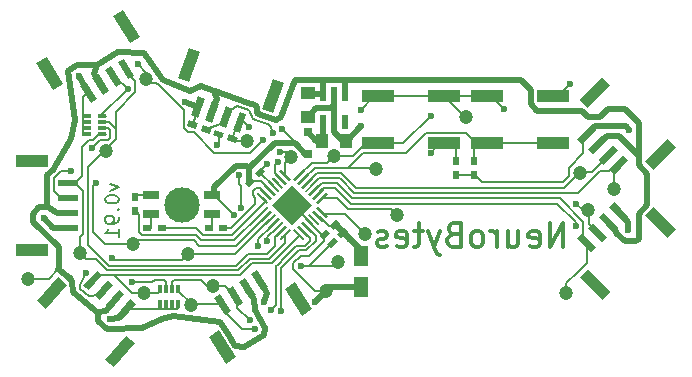
<source format=gbr>
G04 #@! TF.FileFunction,Copper,L2,Bot,Signal*
%FSLAX46Y46*%
G04 Gerber Fmt 4.6, Leading zero omitted, Abs format (unit mm)*
G04 Created by KiCad (PCBNEW 4.0.2-4+6225~38~ubuntu14.04.1-stable) date Wed 22 Jun 2016 06:39:26 PM CDT*
%MOMM*%
G01*
G04 APERTURE LIST*
%ADD10C,0.100000*%
%ADD11C,0.150000*%
%ADD12C,0.300000*%
%ADD13R,1.200000X1.000000*%
%ADD14R,1.000000X1.200000*%
%ADD15R,0.500000X0.800000*%
%ADD16R,0.800000X0.500000*%
%ADD17C,1.200000*%
%ADD18R,1.700000X0.600000*%
%ADD19R,2.700000X1.000000*%
%ADD20C,3.000000*%
%ADD21R,1.400000X0.800000*%
%ADD22R,0.800000X0.300000*%
%ADD23R,0.300000X0.800000*%
%ADD24R,0.800000X0.800000*%
%ADD25R,0.600000X1.200000*%
%ADD26R,2.800000X1.000000*%
%ADD27R,1.250000X1.800000*%
%ADD28C,0.600000*%
%ADD29C,0.500000*%
%ADD30C,0.200000*%
G04 APERTURE END LIST*
D10*
D11*
X46742857Y-98664286D02*
X47542857Y-98950000D01*
X46742857Y-99235714D01*
X46342857Y-99921429D02*
X46342857Y-100035714D01*
X46400000Y-100150000D01*
X46457143Y-100207143D01*
X46571429Y-100264286D01*
X46800000Y-100321429D01*
X47085714Y-100321429D01*
X47314286Y-100264286D01*
X47428571Y-100207143D01*
X47485714Y-100150000D01*
X47542857Y-100035714D01*
X47542857Y-99921429D01*
X47485714Y-99807143D01*
X47428571Y-99750000D01*
X47314286Y-99692857D01*
X47085714Y-99635714D01*
X46800000Y-99635714D01*
X46571429Y-99692857D01*
X46457143Y-99750000D01*
X46400000Y-99807143D01*
X46342857Y-99921429D01*
X47428571Y-100835714D02*
X47485714Y-100892857D01*
X47542857Y-100835714D01*
X47485714Y-100778571D01*
X47428571Y-100835714D01*
X47542857Y-100835714D01*
X47542857Y-101464286D02*
X47542857Y-101692858D01*
X47485714Y-101807143D01*
X47428571Y-101864286D01*
X47257143Y-101978572D01*
X47028571Y-102035715D01*
X46571429Y-102035715D01*
X46457143Y-101978572D01*
X46400000Y-101921429D01*
X46342857Y-101807143D01*
X46342857Y-101578572D01*
X46400000Y-101464286D01*
X46457143Y-101407143D01*
X46571429Y-101350000D01*
X46857143Y-101350000D01*
X46971429Y-101407143D01*
X47028571Y-101464286D01*
X47085714Y-101578572D01*
X47085714Y-101807143D01*
X47028571Y-101921429D01*
X46971429Y-101978572D01*
X46857143Y-102035715D01*
X47542857Y-103178572D02*
X47542857Y-102492857D01*
X47542857Y-102835715D02*
X46342857Y-102835715D01*
X46514286Y-102721429D01*
X46628571Y-102607143D01*
X46685714Y-102492857D01*
D12*
X85147144Y-104004762D02*
X85147144Y-102004762D01*
X84004286Y-104004762D01*
X84004286Y-102004762D01*
X82290001Y-103909524D02*
X82480477Y-104004762D01*
X82861429Y-104004762D01*
X83051906Y-103909524D01*
X83147144Y-103719048D01*
X83147144Y-102957143D01*
X83051906Y-102766667D01*
X82861429Y-102671429D01*
X82480477Y-102671429D01*
X82290001Y-102766667D01*
X82194763Y-102957143D01*
X82194763Y-103147619D01*
X83147144Y-103338095D01*
X80480477Y-102671429D02*
X80480477Y-104004762D01*
X81337620Y-102671429D02*
X81337620Y-103719048D01*
X81242381Y-103909524D01*
X81051905Y-104004762D01*
X80766191Y-104004762D01*
X80575715Y-103909524D01*
X80480477Y-103814286D01*
X79528096Y-104004762D02*
X79528096Y-102671429D01*
X79528096Y-103052381D02*
X79432857Y-102861905D01*
X79337619Y-102766667D01*
X79147143Y-102671429D01*
X78956667Y-102671429D01*
X78004286Y-104004762D02*
X78194762Y-103909524D01*
X78290001Y-103814286D01*
X78385239Y-103623810D01*
X78385239Y-103052381D01*
X78290001Y-102861905D01*
X78194762Y-102766667D01*
X78004286Y-102671429D01*
X77718572Y-102671429D01*
X77528096Y-102766667D01*
X77432858Y-102861905D01*
X77337620Y-103052381D01*
X77337620Y-103623810D01*
X77432858Y-103814286D01*
X77528096Y-103909524D01*
X77718572Y-104004762D01*
X78004286Y-104004762D01*
X75813810Y-102957143D02*
X75528096Y-103052381D01*
X75432857Y-103147619D01*
X75337619Y-103338095D01*
X75337619Y-103623810D01*
X75432857Y-103814286D01*
X75528096Y-103909524D01*
X75718572Y-104004762D01*
X76480477Y-104004762D01*
X76480477Y-102004762D01*
X75813810Y-102004762D01*
X75623334Y-102100000D01*
X75528096Y-102195238D01*
X75432857Y-102385714D01*
X75432857Y-102576190D01*
X75528096Y-102766667D01*
X75623334Y-102861905D01*
X75813810Y-102957143D01*
X76480477Y-102957143D01*
X74670953Y-102671429D02*
X74194762Y-104004762D01*
X73718572Y-102671429D02*
X74194762Y-104004762D01*
X74385238Y-104480952D01*
X74480477Y-104576190D01*
X74670953Y-104671429D01*
X73242381Y-102671429D02*
X72480476Y-102671429D01*
X72956667Y-102004762D02*
X72956667Y-103719048D01*
X72861428Y-103909524D01*
X72670952Y-104004762D01*
X72480476Y-104004762D01*
X71051905Y-103909524D02*
X71242381Y-104004762D01*
X71623333Y-104004762D01*
X71813810Y-103909524D01*
X71909048Y-103719048D01*
X71909048Y-102957143D01*
X71813810Y-102766667D01*
X71623333Y-102671429D01*
X71242381Y-102671429D01*
X71051905Y-102766667D01*
X70956667Y-102957143D01*
X70956667Y-103147619D01*
X71909048Y-103338095D01*
X70194762Y-103909524D02*
X70004285Y-104004762D01*
X69623333Y-104004762D01*
X69432857Y-103909524D01*
X69337619Y-103719048D01*
X69337619Y-103623810D01*
X69432857Y-103433333D01*
X69623333Y-103338095D01*
X69909047Y-103338095D01*
X70099524Y-103242857D01*
X70194762Y-103052381D01*
X70194762Y-102957143D01*
X70099524Y-102766667D01*
X69909047Y-102671429D01*
X69623333Y-102671429D01*
X69432857Y-102766667D01*
D13*
X63500000Y-91000000D03*
X63500000Y-93000000D03*
D14*
X64750000Y-95000000D03*
X66750000Y-95000000D03*
D15*
X76100000Y-96700000D03*
X76100000Y-97900000D03*
D10*
G36*
X65920330Y-101666117D02*
X66273883Y-102019670D01*
X65708198Y-102585355D01*
X65354645Y-102231802D01*
X65920330Y-101666117D01*
X65920330Y-101666117D01*
G37*
G36*
X65071802Y-102514645D02*
X65425355Y-102868198D01*
X64859670Y-103433883D01*
X64506117Y-103080330D01*
X65071802Y-102514645D01*
X65071802Y-102514645D01*
G37*
G36*
X65509670Y-104083883D02*
X65156117Y-103730330D01*
X65721802Y-103164645D01*
X66075355Y-103518198D01*
X65509670Y-104083883D01*
X65509670Y-104083883D01*
G37*
G36*
X66358198Y-103235355D02*
X66004645Y-102881802D01*
X66570330Y-102316117D01*
X66923883Y-102669670D01*
X66358198Y-103235355D01*
X66358198Y-103235355D01*
G37*
G36*
X57565198Y-94757097D02*
X57394188Y-95226943D01*
X56642434Y-94953327D01*
X56813444Y-94483481D01*
X57565198Y-94757097D01*
X57565198Y-94757097D01*
G37*
G36*
X56437566Y-94346673D02*
X56266556Y-94816519D01*
X55514802Y-94542903D01*
X55685812Y-94073057D01*
X56437566Y-94346673D01*
X56437566Y-94346673D01*
G37*
G36*
X55365198Y-93957097D02*
X55194188Y-94426943D01*
X54442434Y-94153327D01*
X54613444Y-93683481D01*
X55365198Y-93957097D01*
X55365198Y-93957097D01*
G37*
G36*
X54237566Y-93546673D02*
X54066556Y-94016519D01*
X53314802Y-93742903D01*
X53485812Y-93273057D01*
X54237566Y-93546673D01*
X54237566Y-93546673D01*
G37*
D15*
X48850000Y-99750000D03*
X48850000Y-100950000D03*
D16*
X49940000Y-102400000D03*
X51140000Y-102400000D03*
X55140000Y-102400000D03*
X56340000Y-102400000D03*
D10*
G36*
X58509670Y-98983883D02*
X58156117Y-98630330D01*
X58721802Y-98064645D01*
X59075355Y-98418198D01*
X58509670Y-98983883D01*
X58509670Y-98983883D01*
G37*
G36*
X59358198Y-98135355D02*
X59004645Y-97781802D01*
X59570330Y-97216117D01*
X59923883Y-97569670D01*
X59358198Y-98135355D01*
X59358198Y-98135355D01*
G37*
D15*
X77600000Y-96700000D03*
X77600000Y-97900000D03*
D17*
X55500000Y-107350000D03*
X53650000Y-108900000D03*
X53400000Y-104650000D03*
X49650000Y-107950000D03*
X48700000Y-103750000D03*
X44250000Y-104550000D03*
X49850000Y-89800000D03*
X46400000Y-95850000D03*
X62100000Y-96400000D03*
X58350000Y-95000000D03*
X87200000Y-100900000D03*
X85400000Y-107900000D03*
X86550000Y-97750000D03*
X89450000Y-99100000D03*
X65700000Y-96350000D03*
X68350000Y-102950000D03*
X66050000Y-105300000D03*
X65050000Y-107700000D03*
X76900000Y-93000000D03*
X39850000Y-106700000D03*
X69250000Y-97450000D03*
X71100000Y-101300000D03*
D10*
G36*
X47243340Y-90487415D02*
X46344995Y-89044164D01*
X46854378Y-88727101D01*
X47752723Y-90170352D01*
X47243340Y-90487415D01*
X47243340Y-90487415D01*
G37*
G36*
X48304555Y-89826867D02*
X47406210Y-88383616D01*
X47915593Y-88066553D01*
X48813938Y-89509804D01*
X48304555Y-89826867D01*
X48304555Y-89826867D01*
G37*
G36*
X46182126Y-91147963D02*
X45283781Y-89704712D01*
X45793164Y-89387649D01*
X46691509Y-90830900D01*
X46182126Y-91147963D01*
X46182126Y-91147963D01*
G37*
G36*
X45120911Y-91808511D02*
X44222566Y-90365260D01*
X44731949Y-90048197D01*
X45630294Y-91491448D01*
X45120911Y-91808511D01*
X45120911Y-91808511D01*
G37*
G36*
X48421513Y-86750434D02*
X46994729Y-84458210D01*
X47843701Y-83929772D01*
X49270485Y-86221996D01*
X48421513Y-86750434D01*
X48421513Y-86750434D01*
G37*
G36*
X41969329Y-90766565D02*
X40542545Y-88474341D01*
X41391517Y-87945903D01*
X42818301Y-90238127D01*
X41969329Y-90766565D01*
X41969329Y-90766565D01*
G37*
G36*
X55993835Y-93715158D02*
X56575269Y-92117680D01*
X57139085Y-92322892D01*
X56557651Y-93920370D01*
X55993835Y-93715158D01*
X55993835Y-93715158D01*
G37*
G36*
X57168450Y-94142683D02*
X57749884Y-92545205D01*
X58313700Y-92750417D01*
X57732266Y-94347895D01*
X57168450Y-94142683D01*
X57168450Y-94142683D01*
G37*
G36*
X54819219Y-93287633D02*
X55400653Y-91690155D01*
X55964469Y-91895367D01*
X55383035Y-93492845D01*
X54819219Y-93287633D01*
X54819219Y-93287633D01*
G37*
G36*
X53644603Y-92860108D02*
X54226037Y-91262630D01*
X54789853Y-91467842D01*
X54208419Y-93065320D01*
X53644603Y-92860108D01*
X53644603Y-92860108D01*
G37*
G36*
X59661571Y-92336451D02*
X60585026Y-89799281D01*
X61524719Y-90141301D01*
X60601264Y-92678471D01*
X59661571Y-92336451D01*
X59661571Y-92336451D01*
G37*
G36*
X52519907Y-89737098D02*
X53443362Y-87199928D01*
X54383055Y-87541948D01*
X53459600Y-90079118D01*
X52519907Y-89737098D01*
X52519907Y-89737098D01*
G37*
D18*
X43250000Y-99875000D03*
X43250000Y-98625000D03*
X43250000Y-101125000D03*
X43250000Y-102375000D03*
D19*
X40200000Y-96700000D03*
X40200000Y-104300000D03*
D10*
G36*
X47030661Y-107217610D02*
X45926599Y-108510300D01*
X45470355Y-108120632D01*
X46574417Y-106827942D01*
X47030661Y-107217610D01*
X47030661Y-107217610D01*
G37*
G36*
X46080153Y-106405800D02*
X44976091Y-107698490D01*
X44519847Y-107308822D01*
X45623909Y-106016132D01*
X46080153Y-106405800D01*
X46080153Y-106405800D01*
G37*
G36*
X47981168Y-108029420D02*
X46877106Y-109322110D01*
X46420862Y-108932442D01*
X47524924Y-107639752D01*
X47981168Y-108029420D01*
X47981168Y-108029420D01*
G37*
G36*
X48931676Y-108841230D02*
X47827614Y-110133920D01*
X47371370Y-109744252D01*
X48475432Y-108451562D01*
X48931676Y-108841230D01*
X48931676Y-108841230D01*
G37*
G36*
X43112360Y-107224537D02*
X41358850Y-109277633D01*
X40598444Y-108628185D01*
X42351954Y-106575089D01*
X43112360Y-107224537D01*
X43112360Y-107224537D01*
G37*
G36*
X48891445Y-112160342D02*
X47137935Y-114213438D01*
X46377529Y-113563990D01*
X48131039Y-111510894D01*
X48891445Y-112160342D01*
X48891445Y-112160342D01*
G37*
G36*
X57138645Y-107326564D02*
X58047044Y-108763509D01*
X57539887Y-109084120D01*
X56631488Y-107647175D01*
X57138645Y-107326564D01*
X57138645Y-107326564D01*
G37*
G36*
X56082067Y-107994504D02*
X56990466Y-109431449D01*
X56483309Y-109752060D01*
X55574910Y-108315115D01*
X56082067Y-107994504D01*
X56082067Y-107994504D01*
G37*
G36*
X58195222Y-106658623D02*
X59103621Y-108095568D01*
X58596464Y-108416179D01*
X57688065Y-106979234D01*
X58195222Y-106658623D01*
X58195222Y-106658623D01*
G37*
G36*
X59251799Y-105990683D02*
X60160198Y-107427628D01*
X59653041Y-107748239D01*
X58744642Y-106311294D01*
X59251799Y-105990683D01*
X59251799Y-105990683D01*
G37*
G36*
X55986589Y-111071679D02*
X57429341Y-113353886D01*
X56584079Y-113888239D01*
X55141327Y-111606032D01*
X55986589Y-111071679D01*
X55986589Y-111071679D01*
G37*
G36*
X62410579Y-107010601D02*
X63853331Y-109292808D01*
X63008069Y-109827161D01*
X61565317Y-107544954D01*
X62410579Y-107010601D01*
X62410579Y-107010601D01*
G37*
G36*
X88148594Y-96631182D02*
X89318797Y-95398045D01*
X89754022Y-95811058D01*
X88583819Y-97044195D01*
X88148594Y-96631182D01*
X88148594Y-96631182D01*
G37*
G36*
X89055312Y-97491625D02*
X90225515Y-96258488D01*
X90660740Y-96671501D01*
X89490537Y-97904638D01*
X89055312Y-97491625D01*
X89055312Y-97491625D01*
G37*
G36*
X87241876Y-95770739D02*
X88412079Y-94537602D01*
X88847304Y-94950615D01*
X87677101Y-96183752D01*
X87241876Y-95770739D01*
X87241876Y-95770739D01*
G37*
G36*
X86335158Y-94910296D02*
X87505361Y-93677159D01*
X87940586Y-94090172D01*
X86770383Y-95323309D01*
X86335158Y-94910296D01*
X86335158Y-94910296D01*
G37*
G36*
X92061887Y-96829332D02*
X93920444Y-94870821D01*
X94645819Y-95559176D01*
X92787262Y-97517687D01*
X92061887Y-96829332D01*
X92061887Y-96829332D01*
G37*
G36*
X86549042Y-91597837D02*
X88407599Y-89639326D01*
X89132974Y-90327681D01*
X87274417Y-92286192D01*
X86549042Y-91597837D01*
X86549042Y-91597837D01*
G37*
G36*
X87677101Y-101966248D02*
X88847304Y-103199385D01*
X88412079Y-103612398D01*
X87241876Y-102379261D01*
X87677101Y-101966248D01*
X87677101Y-101966248D01*
G37*
G36*
X86770383Y-102826691D02*
X87940586Y-104059828D01*
X87505361Y-104472841D01*
X86335158Y-103239704D01*
X86770383Y-102826691D01*
X86770383Y-102826691D01*
G37*
G36*
X88583819Y-101105805D02*
X89754022Y-102338942D01*
X89318797Y-102751955D01*
X88148594Y-101518818D01*
X88583819Y-101105805D01*
X88583819Y-101105805D01*
G37*
G36*
X89490537Y-100245362D02*
X90660740Y-101478499D01*
X90225515Y-101891512D01*
X89055312Y-100658375D01*
X89490537Y-100245362D01*
X89490537Y-100245362D01*
G37*
G36*
X87274417Y-105863808D02*
X89132974Y-107822319D01*
X88407599Y-108510674D01*
X86549042Y-106552163D01*
X87274417Y-105863808D01*
X87274417Y-105863808D01*
G37*
G36*
X92787262Y-100632313D02*
X94645819Y-102590824D01*
X93920444Y-103279179D01*
X92061887Y-101320668D01*
X92787262Y-100632313D01*
X92787262Y-100632313D01*
G37*
G36*
X62190000Y-102147056D02*
X60492944Y-100450000D01*
X62190000Y-98752944D01*
X63887056Y-100450000D01*
X62190000Y-102147056D01*
X62190000Y-102147056D01*
G37*
G36*
X63399153Y-99396411D02*
X63243589Y-99240847D01*
X64092117Y-98392319D01*
X64247681Y-98547883D01*
X63399153Y-99396411D01*
X63399153Y-99396411D01*
G37*
G36*
X63717351Y-99714609D02*
X63561787Y-99559045D01*
X64410315Y-98710517D01*
X64565879Y-98866081D01*
X63717351Y-99714609D01*
X63717351Y-99714609D01*
G37*
G36*
X64035549Y-100032807D02*
X63879985Y-99877243D01*
X64728513Y-99028715D01*
X64884077Y-99184279D01*
X64035549Y-100032807D01*
X64035549Y-100032807D01*
G37*
G36*
X64353747Y-100351005D02*
X64198183Y-100195441D01*
X65046711Y-99346913D01*
X65202275Y-99502477D01*
X64353747Y-100351005D01*
X64353747Y-100351005D01*
G37*
G36*
X63080955Y-99078213D02*
X62925391Y-98922649D01*
X63773919Y-98074121D01*
X63929483Y-98229685D01*
X63080955Y-99078213D01*
X63080955Y-99078213D01*
G37*
G36*
X62762757Y-98760015D02*
X62607193Y-98604451D01*
X63455721Y-97755923D01*
X63611285Y-97911487D01*
X62762757Y-98760015D01*
X62762757Y-98760015D01*
G37*
G36*
X62444559Y-98441817D02*
X62288995Y-98286253D01*
X63137523Y-97437725D01*
X63293087Y-97593289D01*
X62444559Y-98441817D01*
X62444559Y-98441817D01*
G37*
G36*
X61935441Y-98441817D02*
X61086913Y-97593289D01*
X61242477Y-97437725D01*
X62091005Y-98286253D01*
X61935441Y-98441817D01*
X61935441Y-98441817D01*
G37*
G36*
X61617243Y-98760015D02*
X60768715Y-97911487D01*
X60924279Y-97755923D01*
X61772807Y-98604451D01*
X61617243Y-98760015D01*
X61617243Y-98760015D01*
G37*
G36*
X61299045Y-99078213D02*
X60450517Y-98229685D01*
X60606081Y-98074121D01*
X61454609Y-98922649D01*
X61299045Y-99078213D01*
X61299045Y-99078213D01*
G37*
G36*
X60980847Y-99396411D02*
X60132319Y-98547883D01*
X60287883Y-98392319D01*
X61136411Y-99240847D01*
X60980847Y-99396411D01*
X60980847Y-99396411D01*
G37*
G36*
X60662649Y-99714609D02*
X59814121Y-98866081D01*
X59969685Y-98710517D01*
X60818213Y-99559045D01*
X60662649Y-99714609D01*
X60662649Y-99714609D01*
G37*
G36*
X60344451Y-100032807D02*
X59495923Y-99184279D01*
X59651487Y-99028715D01*
X60500015Y-99877243D01*
X60344451Y-100032807D01*
X60344451Y-100032807D01*
G37*
G36*
X60026253Y-100351005D02*
X59177725Y-99502477D01*
X59333289Y-99346913D01*
X60181817Y-100195441D01*
X60026253Y-100351005D01*
X60026253Y-100351005D01*
G37*
G36*
X59333289Y-101553087D02*
X59177725Y-101397523D01*
X60026253Y-100548995D01*
X60181817Y-100704559D01*
X59333289Y-101553087D01*
X59333289Y-101553087D01*
G37*
G36*
X59651487Y-101871285D02*
X59495923Y-101715721D01*
X60344451Y-100867193D01*
X60500015Y-101022757D01*
X59651487Y-101871285D01*
X59651487Y-101871285D01*
G37*
G36*
X59969685Y-102189483D02*
X59814121Y-102033919D01*
X60662649Y-101185391D01*
X60818213Y-101340955D01*
X59969685Y-102189483D01*
X59969685Y-102189483D01*
G37*
G36*
X60287883Y-102507681D02*
X60132319Y-102352117D01*
X60980847Y-101503589D01*
X61136411Y-101659153D01*
X60287883Y-102507681D01*
X60287883Y-102507681D01*
G37*
G36*
X60606081Y-102825879D02*
X60450517Y-102670315D01*
X61299045Y-101821787D01*
X61454609Y-101977351D01*
X60606081Y-102825879D01*
X60606081Y-102825879D01*
G37*
G36*
X60924279Y-103144077D02*
X60768715Y-102988513D01*
X61617243Y-102139985D01*
X61772807Y-102295549D01*
X60924279Y-103144077D01*
X60924279Y-103144077D01*
G37*
G36*
X61242477Y-103462275D02*
X61086913Y-103306711D01*
X61935441Y-102458183D01*
X62091005Y-102613747D01*
X61242477Y-103462275D01*
X61242477Y-103462275D01*
G37*
G36*
X63137523Y-103462275D02*
X62288995Y-102613747D01*
X62444559Y-102458183D01*
X63293087Y-103306711D01*
X63137523Y-103462275D01*
X63137523Y-103462275D01*
G37*
G36*
X63455721Y-103144077D02*
X62607193Y-102295549D01*
X62762757Y-102139985D01*
X63611285Y-102988513D01*
X63455721Y-103144077D01*
X63455721Y-103144077D01*
G37*
G36*
X63773919Y-102825879D02*
X62925391Y-101977351D01*
X63080955Y-101821787D01*
X63929483Y-102670315D01*
X63773919Y-102825879D01*
X63773919Y-102825879D01*
G37*
G36*
X64092117Y-102507681D02*
X63243589Y-101659153D01*
X63399153Y-101503589D01*
X64247681Y-102352117D01*
X64092117Y-102507681D01*
X64092117Y-102507681D01*
G37*
G36*
X64410315Y-102189483D02*
X63561787Y-101340955D01*
X63717351Y-101185391D01*
X64565879Y-102033919D01*
X64410315Y-102189483D01*
X64410315Y-102189483D01*
G37*
G36*
X64728513Y-101871285D02*
X63879985Y-101022757D01*
X64035549Y-100867193D01*
X64884077Y-101715721D01*
X64728513Y-101871285D01*
X64728513Y-101871285D01*
G37*
G36*
X65046711Y-101553087D02*
X64198183Y-100704559D01*
X64353747Y-100548995D01*
X65202275Y-101397523D01*
X65046711Y-101553087D01*
X65046711Y-101553087D01*
G37*
D20*
X52840000Y-100450000D03*
D21*
X55440000Y-101250000D03*
X55440000Y-99650000D03*
X50240000Y-101250000D03*
X50240000Y-99650000D03*
D22*
X44790000Y-92950000D03*
X44790000Y-93450000D03*
X44790000Y-93950000D03*
X44790000Y-94450000D03*
X46090000Y-94450000D03*
X46090000Y-93950000D03*
X46090000Y-93450000D03*
X46090000Y-92950000D03*
D23*
X50990000Y-108850000D03*
X51490000Y-108850000D03*
X51990000Y-108850000D03*
X52490000Y-108850000D03*
X52490000Y-107550000D03*
X51990000Y-107550000D03*
X51490000Y-107550000D03*
X50990000Y-107550000D03*
D24*
X63500000Y-96150000D03*
X63500000Y-94250000D03*
D25*
X65750000Y-91100000D03*
X64800000Y-91100000D03*
X66700000Y-91100000D03*
X66700000Y-93400000D03*
X64800000Y-93400000D03*
D26*
X75050000Y-91250000D03*
X69450000Y-91250000D03*
X75050000Y-95250000D03*
X69450000Y-95250000D03*
X84300000Y-91250000D03*
X78700000Y-91250000D03*
X84300000Y-95250000D03*
X78700000Y-95250000D03*
D27*
X67990000Y-104800000D03*
X67990000Y-107400000D03*
D28*
X41140000Y-101600000D03*
X68000000Y-93800000D03*
X60090000Y-96950000D03*
X64165000Y-108650000D03*
X55840000Y-95400000D03*
X90640000Y-102600000D03*
X90740000Y-94100000D03*
X59840000Y-108700000D03*
X46740000Y-110100000D03*
X44140000Y-89500000D03*
X53140000Y-91700000D03*
X67090000Y-103350000D03*
X61300000Y-94000000D03*
X57275000Y-101300000D03*
X68000000Y-92400000D03*
X85700000Y-90200000D03*
X80100000Y-92325000D03*
X73925000Y-96025000D03*
X73925000Y-92900000D03*
X58600000Y-110200000D03*
X60400000Y-109350000D03*
X59050000Y-110950000D03*
X61250000Y-109450000D03*
X44700000Y-106200000D03*
X46900000Y-104950000D03*
X48600000Y-107000000D03*
X45550000Y-98600000D03*
X43450000Y-97600000D03*
X45250000Y-95600000D03*
X60950000Y-96850000D03*
X59700000Y-94950000D03*
X48250000Y-90650000D03*
X49150000Y-88550000D03*
X59300000Y-103950000D03*
X62940000Y-105650000D03*
X57700000Y-97950000D03*
X58500000Y-93850000D03*
X60100000Y-103500000D03*
X57900000Y-100700000D03*
X60550000Y-94400000D03*
X61200000Y-96000000D03*
X86240000Y-100350000D03*
X86190000Y-102200000D03*
D29*
X43240000Y-102375000D02*
X41940000Y-102400000D01*
X41940000Y-102400000D02*
X41140000Y-101600000D01*
D30*
X65050000Y-107700000D02*
X64100000Y-107700000D01*
X64850000Y-103500000D02*
X64850000Y-103050000D01*
X63600000Y-104750000D02*
X64850000Y-103500000D01*
X62950000Y-104750000D02*
X63600000Y-104750000D01*
X62300000Y-105400000D02*
X62950000Y-104750000D01*
X62300000Y-105900000D02*
X62300000Y-105400000D01*
X64100000Y-107700000D02*
X62300000Y-105900000D01*
X64850000Y-103050000D02*
X64965736Y-102974264D01*
D29*
X65050000Y-107700000D02*
X65050000Y-107750000D01*
X65050000Y-107750000D02*
X64150000Y-108650000D01*
X64150000Y-108650000D02*
X64165000Y-108650000D01*
X67990000Y-107400000D02*
X65350000Y-107400000D01*
X65350000Y-107400000D02*
X65050000Y-107700000D01*
D30*
X76100000Y-97900000D02*
X77700000Y-97900000D01*
X77700000Y-97900000D02*
X78300000Y-98500000D01*
X78300000Y-98500000D02*
X85100000Y-98500000D01*
X85100000Y-98500000D02*
X85600000Y-98000000D01*
X85600000Y-98000000D02*
X85600000Y-97300000D01*
X85600000Y-97300000D02*
X86800000Y-96100000D01*
X86800000Y-96100000D02*
X86800000Y-94900000D01*
X86800000Y-94900000D02*
X87119998Y-94528445D01*
D29*
X66750000Y-95000000D02*
X66800000Y-95000000D01*
X66800000Y-95000000D02*
X68000000Y-93800000D01*
X65750000Y-92000000D02*
X65750000Y-94250000D01*
X65750000Y-94250000D02*
X66500000Y-95000000D01*
X66500000Y-95000000D02*
X66750000Y-95000000D01*
X63500000Y-93000000D02*
X64250000Y-92250000D01*
X65750000Y-92000000D02*
X65750000Y-91250000D01*
X65500000Y-92250000D02*
X65750000Y-92000000D01*
X64250000Y-92250000D02*
X65500000Y-92250000D01*
X65750000Y-91250000D02*
X65750000Y-91000000D01*
X65750000Y-91000000D02*
X65750000Y-91100000D01*
D30*
X86890000Y-94650000D02*
X87119998Y-94528445D01*
X86740000Y-94900000D02*
X87119998Y-94528445D01*
X86590000Y-94850000D02*
X87119998Y-94528445D01*
X59464264Y-97575736D02*
X60090000Y-96950000D01*
X59464264Y-97675736D02*
X59464264Y-97575736D01*
X64840000Y-103100000D02*
X64965736Y-102974264D01*
X64565736Y-102825736D02*
X64840000Y-103100000D01*
X64840000Y-103100000D02*
X64965736Y-102974264D01*
D29*
X66590000Y-107425000D02*
X67865000Y-107425000D01*
X67865000Y-107425000D02*
X67940000Y-107350000D01*
X67940000Y-107350000D02*
X67990000Y-107400000D01*
X66915000Y-107425000D02*
X66590000Y-107425000D01*
X66590000Y-107425000D02*
X65365000Y-107425000D01*
X65365000Y-107425000D02*
X65390000Y-107425000D01*
X65390000Y-107425000D02*
X64165000Y-108650000D01*
D30*
X55976184Y-94444788D02*
X55976184Y-95263816D01*
X55976184Y-95263816D02*
X55840000Y-95400000D01*
X53776184Y-93644788D02*
X54240000Y-92350000D01*
X54240000Y-92350000D02*
X54207390Y-92199391D01*
X60634365Y-98894365D02*
X59490000Y-97750000D01*
X59490000Y-97750000D02*
X59464264Y-97675736D01*
X61540000Y-99800000D02*
X62190000Y-100450000D01*
X63745635Y-102005635D02*
X62740000Y-101000000D01*
X62740000Y-101000000D02*
X62190000Y-100450000D01*
X44920463Y-90941400D02*
X44798600Y-90941400D01*
X44798600Y-90941400D02*
X44440000Y-91300000D01*
X44440000Y-91300000D02*
X44440000Y-93500000D01*
X44440000Y-93500000D02*
X44440000Y-94000000D01*
X44440000Y-94000000D02*
X44440000Y-94500000D01*
X50840000Y-109300000D02*
X48140000Y-109300000D01*
X48140000Y-109300000D02*
X48158388Y-109247969D01*
D29*
X89840152Y-101090225D02*
X89840152Y-101100152D01*
X89840152Y-101100152D02*
X90640000Y-101900000D01*
X90640000Y-101900000D02*
X90640000Y-102600000D01*
X87119998Y-94528445D02*
X87119998Y-94520002D01*
X87119998Y-94520002D02*
X87840000Y-93800000D01*
X87840000Y-93800000D02*
X90440000Y-93800000D01*
X90440000Y-93800000D02*
X90740000Y-94100000D01*
X59427151Y-106863463D02*
X60040000Y-107900000D01*
X60040000Y-107900000D02*
X59840000Y-108700000D01*
X48158388Y-109247969D02*
X47540000Y-110000000D01*
X47540000Y-110000000D02*
X46740000Y-110100000D01*
X44920463Y-90941400D02*
X44140000Y-89500000D01*
X54207390Y-92199391D02*
X53140000Y-91700000D01*
X66890000Y-94850000D02*
X66890000Y-94800000D01*
X66990000Y-94800000D02*
X66890000Y-94800000D01*
D30*
X67190000Y-95150000D02*
X66840000Y-95150000D01*
X64565736Y-102825736D02*
X63940000Y-102200000D01*
X63940000Y-102200000D02*
X63745635Y-102005635D01*
X44440000Y-94500000D02*
X44790000Y-94450000D01*
X52490000Y-108850000D02*
X52490000Y-109222637D01*
X52490000Y-109222637D02*
X52412637Y-109300000D01*
X52412637Y-109300000D02*
X51440000Y-109300000D01*
X51440000Y-109300000D02*
X50840000Y-109300000D01*
X39850000Y-106700000D02*
X41600000Y-106700000D01*
X42400000Y-105900000D02*
X42400000Y-105866154D01*
X41600000Y-106700000D02*
X42400000Y-105900000D01*
D29*
X43550000Y-106950000D02*
X43650000Y-107800000D01*
X43550000Y-106950000D02*
X43500000Y-106800000D01*
X43500000Y-106800000D02*
X43350000Y-106650000D01*
X43100000Y-106450000D02*
X43100000Y-106458461D01*
X43350000Y-106650000D02*
X43100000Y-106450000D01*
X43500000Y-106796923D02*
X43550000Y-106950000D01*
X59250000Y-92700000D02*
X59200000Y-92500000D01*
X58450000Y-91800000D02*
X58450000Y-91798387D01*
X59050000Y-92000000D02*
X58450000Y-91800000D01*
X59150000Y-92100000D02*
X59050000Y-92000000D01*
X59200000Y-92200000D02*
X59150000Y-92100000D01*
X59200000Y-92300000D02*
X59200000Y-92200000D01*
X59200000Y-92400000D02*
X59200000Y-92300000D01*
X59200000Y-92500000D02*
X59200000Y-92400000D01*
X59550000Y-92814839D02*
X59250000Y-92700000D01*
X55650000Y-90850000D02*
X55650000Y-90837813D01*
X58450000Y-91798387D02*
X55650000Y-90850000D01*
X60800000Y-93293333D02*
X59550000Y-92814839D01*
X60800000Y-93293333D02*
X61240000Y-93000000D01*
X61240000Y-93000000D02*
X62440000Y-89900000D01*
X55540000Y-90800000D02*
X55650000Y-90837813D01*
X62440000Y-89900000D02*
X64750000Y-89900000D01*
X41450000Y-100550000D02*
X41500000Y-100600000D01*
X41450000Y-97950000D02*
X41450000Y-100550000D01*
X64800000Y-91100000D02*
X63600000Y-91100000D01*
X63600000Y-91100000D02*
X63500000Y-91000000D01*
X64800000Y-91100000D02*
X64800000Y-90050000D01*
X64750000Y-90000000D02*
X64750000Y-89900000D01*
X64800000Y-90050000D02*
X64750000Y-90000000D01*
X59015000Y-109336364D02*
X58965000Y-108450000D01*
X58965000Y-108450000D02*
X58640000Y-107950000D01*
X56090000Y-110338889D02*
X56740000Y-111375000D01*
X59915000Y-110850000D02*
X59015000Y-109336364D01*
X59815000Y-111450000D02*
X59915000Y-110850000D01*
X58090000Y-112525000D02*
X59815000Y-111450000D01*
X57365000Y-112375000D02*
X58090000Y-112525000D01*
X56740000Y-111375000D02*
X57365000Y-112375000D01*
X52140000Y-109900000D02*
X56090000Y-110338889D01*
X51140000Y-110100000D02*
X52140000Y-109900000D01*
X49440000Y-110900000D02*
X51140000Y-110100000D01*
X58640000Y-107950000D02*
X58370574Y-107531404D01*
X89640000Y-102700000D02*
X89640000Y-102800000D01*
X91540000Y-103300000D02*
X91540000Y-101200000D01*
X91340000Y-103500000D02*
X91540000Y-103300000D01*
X90340000Y-103500000D02*
X91340000Y-103500000D01*
X89640000Y-102800000D02*
X90340000Y-103500000D01*
X91540000Y-93500000D02*
X91540000Y-96500000D01*
X89840000Y-94600000D02*
X88840000Y-94600000D01*
X88840000Y-94600000D02*
X88340000Y-95100000D01*
X88340000Y-95100000D02*
X88026716Y-95388888D01*
X64750000Y-89900000D02*
X66340000Y-89900000D01*
X89640000Y-102700000D02*
X88940000Y-102000000D01*
X91540000Y-96500000D02*
X91540000Y-97100000D01*
X92240000Y-100500000D02*
X91540000Y-101200000D01*
X92240000Y-97800000D02*
X92240000Y-100500000D01*
X91540000Y-97100000D02*
X92240000Y-97800000D01*
X91540000Y-96300000D02*
X91540000Y-96500000D01*
X89840000Y-94600000D02*
X91540000Y-96300000D01*
X88940000Y-102000000D02*
X88933434Y-101950669D01*
X58440000Y-107700000D02*
X58370574Y-107531404D01*
X42440000Y-104000000D02*
X42440000Y-103975000D01*
X42440000Y-105900000D02*
X42400000Y-105866154D01*
X42400000Y-105866154D02*
X43100000Y-106458461D01*
X43100000Y-106458461D02*
X43500000Y-106796923D01*
X41500000Y-100600000D02*
X40740000Y-100600000D01*
X40240000Y-101900000D02*
X42440000Y-104000000D01*
X40240000Y-101200000D02*
X40240000Y-101900000D01*
X40740000Y-100600000D02*
X40240000Y-101200000D01*
X42440000Y-103975000D02*
X42440000Y-105900000D01*
X41540000Y-100600000D02*
X41500000Y-100600000D01*
X42240000Y-101100000D02*
X43040000Y-101100000D01*
X41540000Y-100600000D02*
X41540000Y-100600000D01*
X41540000Y-100600000D02*
X42240000Y-101100000D01*
X43040000Y-101100000D02*
X43240000Y-101125000D01*
X55840000Y-91500000D02*
X55440000Y-92400000D01*
X55540000Y-90800000D02*
X55840000Y-91500000D01*
X54440000Y-90400000D02*
X55540000Y-90800000D01*
X53540000Y-90800000D02*
X54440000Y-90400000D01*
X51240000Y-89900000D02*
X53540000Y-90800000D01*
X49640000Y-87600000D02*
X51240000Y-89900000D01*
X47440000Y-87500000D02*
X49640000Y-87600000D01*
X55440000Y-92400000D02*
X55382005Y-92626916D01*
X41900000Y-97500000D02*
X41450000Y-97950000D01*
X41900000Y-97500000D02*
X41900000Y-97493684D01*
X43440000Y-94900000D02*
X41900000Y-97493684D01*
X45640000Y-88600000D02*
X43940000Y-88600000D01*
X43840000Y-93300000D02*
X43440000Y-94900000D01*
X43240000Y-89100000D02*
X43840000Y-93300000D01*
X43940000Y-88600000D02*
X43240000Y-89100000D01*
X45981678Y-90280852D02*
X45440000Y-89400000D01*
X45640000Y-88600000D02*
X47440000Y-87500000D01*
X45440000Y-89400000D02*
X45640000Y-88600000D01*
X45750000Y-109600000D02*
X45740000Y-109600000D01*
X43650000Y-107800000D02*
X45750000Y-109600000D01*
X45740000Y-109600000D02*
X45740000Y-110300000D01*
X46540000Y-111000000D02*
X49440000Y-110900000D01*
X45740000Y-110300000D02*
X46540000Y-111000000D01*
X45740000Y-109600000D02*
X45740000Y-109600000D01*
X45740000Y-109500000D02*
X45740000Y-109600000D01*
X45740000Y-109500000D02*
X46440000Y-109400000D01*
X46440000Y-109400000D02*
X47140000Y-108600000D01*
X47140000Y-108600000D02*
X47207880Y-108436159D01*
X66700000Y-91100000D02*
X66700000Y-90050000D01*
X66750000Y-90000000D02*
X66750000Y-89900000D01*
X66700000Y-90050000D02*
X66750000Y-90000000D01*
X86700000Y-92460000D02*
X82910000Y-92460000D01*
X82400000Y-90750000D02*
X81550000Y-89900000D01*
X82400000Y-91950000D02*
X82400000Y-90750000D01*
X82910000Y-92460000D02*
X82400000Y-91950000D01*
X88240000Y-93000000D02*
X88940000Y-92300000D01*
X86700000Y-92460000D02*
X87240000Y-93000000D01*
X87240000Y-93000000D02*
X88240000Y-93000000D01*
X68240000Y-89900000D02*
X68890000Y-89900000D01*
X68890000Y-89900000D02*
X68890000Y-89900000D01*
X68890000Y-89900000D02*
X81550000Y-89900000D01*
X66990000Y-89900000D02*
X66990000Y-89900000D01*
X66990000Y-89900000D02*
X68240000Y-89900000D01*
X88940000Y-92300000D02*
X90340000Y-92300000D01*
X90340000Y-92300000D02*
X91540000Y-93500000D01*
X66340000Y-89900000D02*
X66750000Y-89900000D01*
X66750000Y-89900000D02*
X66990000Y-89900000D01*
D30*
X76900000Y-93000000D02*
X76850000Y-93000000D01*
D29*
X58550000Y-97350000D02*
X58350000Y-97150000D01*
X67140000Y-103400000D02*
X67090000Y-103350000D01*
D30*
X62500000Y-95200000D02*
X62500000Y-95300000D01*
X61300000Y-94000000D02*
X62500000Y-95200000D01*
D29*
X63500000Y-96200000D02*
X63400000Y-96200000D01*
X63400000Y-96200000D02*
X62500000Y-95300000D01*
X62500000Y-95300000D02*
X62400000Y-95200000D01*
X62400000Y-95200000D02*
X60700000Y-95200000D01*
X60700000Y-95200000D02*
X58550000Y-97350000D01*
X58550000Y-97350000D02*
X58500000Y-97400000D01*
X58500000Y-97400000D02*
X58500000Y-98400000D01*
X58500000Y-98400000D02*
X58615736Y-98524264D01*
X67140000Y-103400000D02*
X68040000Y-104300000D01*
X68040000Y-104300000D02*
X67990000Y-104800000D01*
X66515736Y-102775736D02*
X67140000Y-103400000D01*
X66464264Y-102775736D02*
X66515736Y-102775736D01*
X65814264Y-102125736D02*
X65865736Y-102125736D01*
X65865736Y-102125736D02*
X66440000Y-102700000D01*
X66440000Y-102700000D02*
X66464264Y-102775736D01*
D30*
X65814264Y-102125736D02*
X65690000Y-102250000D01*
X65690000Y-102250000D02*
X65290000Y-102250000D01*
D29*
X58515000Y-98400000D02*
X58615736Y-98524264D01*
D30*
X59540000Y-98450000D02*
X58740000Y-98450000D01*
X58740000Y-98450000D02*
X58640000Y-98550000D01*
X58640000Y-98550000D02*
X58615736Y-98524264D01*
X60316167Y-99212563D02*
X60302563Y-99212563D01*
X60302563Y-99212563D02*
X59540000Y-98450000D01*
X65290000Y-102250000D02*
X64640000Y-101600000D01*
X64640000Y-101600000D02*
X64382031Y-101369239D01*
X64382031Y-101369239D02*
X64409239Y-101369239D01*
X64409239Y-101369239D02*
X65290000Y-102250000D01*
X57275000Y-101300000D02*
X56400000Y-100425000D01*
X56400000Y-100425000D02*
X55925000Y-99950000D01*
X55925000Y-99950000D02*
X55440000Y-99650000D01*
D29*
X58350000Y-97150000D02*
X57400000Y-97150000D01*
X55600000Y-98950000D02*
X55600000Y-99650000D01*
X57400000Y-97150000D02*
X55600000Y-98950000D01*
X55600000Y-99650000D02*
X55440000Y-99650000D01*
X55450000Y-99600000D02*
X55440000Y-99650000D01*
D30*
X55400000Y-99650000D02*
X55400000Y-99600000D01*
X55400000Y-99600000D02*
X55440000Y-99650000D01*
X55825000Y-99750000D02*
X55440000Y-99650000D01*
D29*
X55440000Y-99650000D02*
X55740000Y-99650000D01*
D30*
X76850000Y-93000000D02*
X75150000Y-91300000D01*
X75150000Y-91300000D02*
X75050000Y-91250000D01*
X69450000Y-91250000D02*
X69150000Y-91250000D01*
X69150000Y-91250000D02*
X68000000Y-92400000D01*
X75050000Y-91250000D02*
X69350000Y-91250000D01*
X69350000Y-91250000D02*
X69300000Y-91200000D01*
X69300000Y-91200000D02*
X69450000Y-91250000D01*
X78700000Y-91250000D02*
X75150000Y-91250000D01*
X75150000Y-91250000D02*
X75100000Y-91200000D01*
X75100000Y-91200000D02*
X75050000Y-91250000D01*
X78700000Y-91250000D02*
X79025000Y-91250000D01*
X79025000Y-91250000D02*
X80100000Y-92325000D01*
X85700000Y-90200000D02*
X85125000Y-90775000D01*
X85125000Y-90775000D02*
X85125000Y-91250000D01*
X85125000Y-91250000D02*
X84300000Y-91250000D01*
X50240000Y-99650000D02*
X48950000Y-99650000D01*
X48950000Y-99650000D02*
X48850000Y-99750000D01*
X50240000Y-99650000D02*
X50490000Y-99650000D01*
X50240000Y-99650000D02*
X49990000Y-99650000D01*
X49990000Y-99650000D02*
X49940000Y-99600000D01*
X50240000Y-101250000D02*
X49990000Y-101250000D01*
X49990000Y-101250000D02*
X49940000Y-101300000D01*
X50240000Y-101250000D02*
X50240000Y-102400000D01*
X50240000Y-102400000D02*
X49940000Y-102400000D01*
X55440000Y-101250000D02*
X55190000Y-101250000D01*
X55190000Y-101250000D02*
X55140000Y-101300000D01*
X55440000Y-101250000D02*
X55440000Y-102350000D01*
X55440000Y-102350000D02*
X55140000Y-102400000D01*
X69450000Y-95250000D02*
X71575000Y-95250000D01*
X73925000Y-96025000D02*
X74300000Y-95650000D01*
X71575000Y-95250000D02*
X73925000Y-92900000D01*
X74300000Y-95650000D02*
X74300000Y-95225000D01*
X74300000Y-95225000D02*
X75050000Y-95250000D01*
X67900000Y-95750000D02*
X68200000Y-95450000D01*
X68200000Y-95450000D02*
X69450000Y-95250000D01*
X75050000Y-95250000D02*
X75850000Y-95250000D01*
X75850000Y-95250000D02*
X76100000Y-95500000D01*
X76100000Y-95500000D02*
X76100000Y-96700000D01*
X65700000Y-96350000D02*
X67300000Y-96350000D01*
X67300000Y-96350000D02*
X67650000Y-96000000D01*
X64650000Y-96899998D02*
X65100002Y-96899998D01*
X65100002Y-96899998D02*
X65700000Y-96300000D01*
X65700000Y-96300000D02*
X65700000Y-96350000D01*
X67650000Y-96000000D02*
X67900000Y-95750000D01*
X63850002Y-96899998D02*
X64650000Y-96899998D01*
X62791041Y-97939771D02*
X62810229Y-97939771D01*
X62810229Y-97939771D02*
X63850002Y-96899998D01*
X63140000Y-97600000D02*
X62791041Y-97939771D01*
X65250000Y-101250000D02*
X66650000Y-101250000D01*
X65250000Y-101250000D02*
X64890000Y-101250000D01*
X64890000Y-101250000D02*
X64790000Y-101150000D01*
X64790000Y-101150000D02*
X64700229Y-101051041D01*
X65090000Y-101325000D02*
X64700229Y-101051041D01*
X66650000Y-101250000D02*
X68350000Y-102950000D01*
X68350000Y-102950000D02*
X68350000Y-102900000D01*
X54950000Y-107300000D02*
X56500000Y-107300000D01*
X56500000Y-107300000D02*
X56900000Y-107700000D01*
X56900000Y-107700000D02*
X57313996Y-108199344D01*
X53700000Y-106800000D02*
X54450000Y-106800000D01*
X54450000Y-106800000D02*
X54950000Y-107300000D01*
X57313996Y-108199344D02*
X57199344Y-108199344D01*
X53700000Y-106800000D02*
X52200000Y-106800000D01*
X57550000Y-109150000D02*
X57550000Y-108700000D01*
X58600000Y-110200000D02*
X57550000Y-109150000D01*
X57550000Y-108700000D02*
X57313996Y-108199344D01*
X57040000Y-107750000D02*
X57313996Y-108199344D01*
X57090000Y-107800000D02*
X57313996Y-108199344D01*
X57313996Y-108199344D02*
X57313996Y-108198996D01*
X57313996Y-108198996D02*
X56765000Y-107650000D01*
X57313996Y-108199344D02*
X57313996Y-107973996D01*
X60800000Y-108950000D02*
X60400000Y-109350000D01*
X63109239Y-102659239D02*
X63667156Y-103217156D01*
X63667156Y-103217156D02*
X63667156Y-103467156D01*
X63109239Y-102642031D02*
X63109239Y-102659239D01*
X63440000Y-102975000D02*
X63109239Y-102642031D01*
X60950000Y-105500000D02*
X60900000Y-105550000D01*
X60900000Y-105550000D02*
X60800000Y-105650000D01*
X60800000Y-105650000D02*
X60800000Y-108950000D01*
X62550002Y-103899998D02*
X61550000Y-104900000D01*
X63234314Y-103899998D02*
X62550002Y-103899998D01*
X63667156Y-103467156D02*
X63234314Y-103899998D01*
X61550000Y-104900000D02*
X60950000Y-105500000D01*
X52000000Y-107000000D02*
X52000000Y-107450000D01*
X52200000Y-106800000D02*
X52000000Y-107000000D01*
X52000000Y-107450000D02*
X51990000Y-107550000D01*
X56257419Y-108867285D02*
X53667285Y-108867285D01*
X53667285Y-108867285D02*
X52450000Y-107650000D01*
X56257419Y-108867285D02*
X56217285Y-108867285D01*
X57950000Y-110950000D02*
X56400000Y-109400000D01*
X59050000Y-110950000D02*
X57950000Y-110950000D01*
X56400000Y-109400000D02*
X56257419Y-108867285D01*
X56257419Y-108867285D02*
X56257419Y-108817419D01*
X56257419Y-108817419D02*
X56149838Y-108925000D01*
X61600000Y-105450000D02*
X61300000Y-105750000D01*
X64200000Y-103100000D02*
X64200000Y-103500000D01*
X64200000Y-103500000D02*
X63400000Y-104300000D01*
X63400000Y-104300000D02*
X62750000Y-104300000D01*
X62750000Y-104300000D02*
X61600000Y-105450000D01*
X63427437Y-102327437D02*
X64200000Y-103100000D01*
X61300000Y-105750000D02*
X61250000Y-105800000D01*
X61250000Y-109450000D02*
X61250000Y-105800000D01*
X63427437Y-102323833D02*
X63427437Y-102327437D01*
X63640000Y-102550000D02*
X63427437Y-102323833D01*
X52450000Y-107650000D02*
X52490000Y-107550000D01*
X52500000Y-107450000D02*
X52490000Y-107550000D01*
X51300000Y-106800000D02*
X51350000Y-106800000D01*
X51500000Y-106950000D02*
X51500000Y-107350000D01*
X51350000Y-106800000D02*
X51500000Y-106950000D01*
X51500000Y-107350000D02*
X51490000Y-107550000D01*
X51490000Y-107250000D02*
X51490000Y-107550000D01*
X51300000Y-106800000D02*
X51200000Y-106800000D01*
X50550000Y-106800000D02*
X51300000Y-106800000D01*
X50350000Y-107000000D02*
X50550000Y-106800000D01*
X60312563Y-101687437D02*
X57700000Y-104300000D01*
X60316167Y-101687437D02*
X60312563Y-101687437D01*
X60190000Y-101800000D02*
X60316167Y-101687437D01*
X59990000Y-102000000D02*
X60316167Y-101687437D01*
X53400000Y-104650000D02*
X57350000Y-104650000D01*
X57350000Y-104650000D02*
X57700000Y-104300000D01*
X52550000Y-105150000D02*
X52900000Y-105150000D01*
X52900000Y-105150000D02*
X53450000Y-104600000D01*
X53450000Y-104600000D02*
X53400000Y-104650000D01*
X44700000Y-106200000D02*
X44200000Y-107200000D01*
X44950000Y-108150000D02*
X45850000Y-108050000D01*
X44250000Y-107550000D02*
X44950000Y-108150000D01*
X44200000Y-107200000D02*
X44250000Y-107550000D01*
X45850000Y-108050000D02*
X46257373Y-107624349D01*
X46257373Y-107624349D02*
X46257373Y-107582627D01*
X48600000Y-107000000D02*
X50350000Y-107000000D01*
X52550000Y-105150000D02*
X47100000Y-105150000D01*
X47100000Y-105150000D02*
X46900000Y-104950000D01*
X50800000Y-107950000D02*
X51000000Y-107750000D01*
X51000000Y-107750000D02*
X50990000Y-107550000D01*
X50990000Y-107550000D02*
X50990000Y-107660000D01*
X50990000Y-107660000D02*
X50980000Y-107650000D01*
X51000000Y-107300000D02*
X50990000Y-107550000D01*
X51000000Y-107450000D02*
X50990000Y-107550000D01*
X50990000Y-107275000D02*
X51015000Y-107300000D01*
X51015000Y-107300000D02*
X50990000Y-107550000D01*
X49650000Y-107950000D02*
X50800000Y-107950000D01*
X48350000Y-107650000D02*
X48650000Y-107950000D01*
X48650000Y-107950000D02*
X49650000Y-107950000D01*
X48350000Y-107650000D02*
X47100000Y-106400000D01*
X47100000Y-106400000D02*
X47100000Y-106399998D01*
X51550000Y-106399998D02*
X50350000Y-106399998D01*
X50350000Y-106399998D02*
X47550000Y-106399998D01*
X47550000Y-106399998D02*
X47100000Y-106399998D01*
X47100000Y-106399998D02*
X45600002Y-106399998D01*
X45600002Y-106399998D02*
X45600000Y-106400000D01*
X45600000Y-106400000D02*
X45306865Y-106812539D01*
X45306865Y-106812539D02*
X45527461Y-106812539D01*
X45306865Y-106812539D02*
X45327461Y-106812539D01*
X45306865Y-106812539D02*
X45306865Y-106633135D01*
X60000000Y-105400000D02*
X58800000Y-105400000D01*
X57800002Y-106399998D02*
X51700000Y-106399998D01*
X51700000Y-106399998D02*
X51550000Y-106399998D01*
X58800000Y-105400000D02*
X57800002Y-106399998D01*
X60450000Y-105400000D02*
X62850000Y-103000000D01*
X60450000Y-105400000D02*
X60000000Y-105400000D01*
X60000000Y-105400000D02*
X59950000Y-105400000D01*
X62690000Y-102850000D02*
X62791041Y-102960229D01*
X62665000Y-102825000D02*
X62791041Y-102960229D01*
X54050000Y-102410000D02*
X54060000Y-102410000D01*
X54060000Y-102410000D02*
X54650000Y-103000000D01*
X54040000Y-102400000D02*
X54050000Y-102410000D01*
X54040000Y-102400000D02*
X51140000Y-102400000D01*
X57100000Y-103000000D02*
X59950000Y-100150000D01*
X54650000Y-103000000D02*
X57100000Y-103000000D01*
X59950000Y-100150000D02*
X59679771Y-99848959D01*
X57290000Y-103450000D02*
X59440000Y-101300000D01*
X59440000Y-101300000D02*
X59679771Y-101051041D01*
X59640000Y-101050000D02*
X59679771Y-101051041D01*
X49190000Y-102750000D02*
X49190000Y-101240000D01*
X49190000Y-101240000D02*
X48900000Y-100950000D01*
X48900000Y-100950000D02*
X48850000Y-100950000D01*
X49190000Y-102750000D02*
X49190000Y-102750000D01*
X49190000Y-102750000D02*
X49440000Y-103000000D01*
X49440000Y-103000000D02*
X54040000Y-103000000D01*
X54040000Y-103000000D02*
X54490000Y-103450000D01*
X54490000Y-103450000D02*
X56990000Y-103450000D01*
X56990000Y-103450000D02*
X57090000Y-103450000D01*
X57090000Y-103450000D02*
X57190000Y-103450000D01*
X57190000Y-103450000D02*
X57240000Y-103450000D01*
X57240000Y-103450000D02*
X57290000Y-103450000D01*
X56340000Y-102400000D02*
X57050000Y-102400000D01*
X59050000Y-99850000D02*
X58850000Y-99650000D01*
X59050000Y-100400000D02*
X59050000Y-99850000D01*
X57050000Y-102400000D02*
X59050000Y-100400000D01*
X56340000Y-102400000D02*
X56540000Y-102400000D01*
X58850000Y-99250000D02*
X58850000Y-99240000D01*
X58850000Y-99650000D02*
X58850000Y-99250000D01*
X59090000Y-99000000D02*
X59490000Y-99000000D01*
X59490000Y-99000000D02*
X59740000Y-99250000D01*
X58850000Y-99240000D02*
X59090000Y-99000000D01*
X59740000Y-99250000D02*
X59997969Y-99530761D01*
X57450000Y-103900000D02*
X54300000Y-103900000D01*
X54300000Y-103900000D02*
X53850000Y-103450000D01*
X59980761Y-101369239D02*
X57450000Y-103900000D01*
X59997969Y-101369239D02*
X59980761Y-101369239D01*
X59840000Y-101500000D02*
X59997969Y-101369239D01*
X48700000Y-103750000D02*
X46350000Y-103750000D01*
X46350000Y-103750000D02*
X45350000Y-102750000D01*
X53850000Y-103450000D02*
X49000000Y-103450000D01*
X49000000Y-103450000D02*
X48700000Y-103750000D01*
X43450000Y-97600000D02*
X42650000Y-97600000D01*
X45350000Y-102750000D02*
X45350000Y-98800000D01*
X45350000Y-98800000D02*
X45550000Y-98600000D01*
X42050000Y-99250000D02*
X42650000Y-99850000D01*
X42050000Y-98200000D02*
X42050000Y-99250000D01*
X42650000Y-97600000D02*
X42050000Y-98200000D01*
X42650000Y-99850000D02*
X43240000Y-99875000D01*
X46800000Y-94200000D02*
X46800000Y-94115688D01*
X46607844Y-94942156D02*
X46800000Y-94750000D01*
X46800000Y-94750000D02*
X46800000Y-94200000D01*
X46250000Y-94942156D02*
X46607844Y-94942156D01*
X46634312Y-93950000D02*
X46200000Y-93950000D01*
X46800000Y-94115688D02*
X46634312Y-93950000D01*
X46200000Y-93950000D02*
X46090000Y-93950000D01*
X45907844Y-94942156D02*
X46250000Y-94942156D01*
X46250000Y-94942156D02*
X46242156Y-94942156D01*
X45250000Y-95600000D02*
X45907844Y-94942156D01*
X46240000Y-93950000D02*
X46090000Y-93950000D01*
X61588959Y-102960229D02*
X61588959Y-103661041D01*
X61588959Y-103661041D02*
X60250002Y-104999998D01*
X61265000Y-103275000D02*
X61588959Y-102960229D01*
X61315000Y-103225000D02*
X61588959Y-102960229D01*
X61415000Y-103125000D02*
X61588959Y-102960229D01*
X44250000Y-104550000D02*
X44250000Y-103150000D01*
X44250000Y-103150000D02*
X44450000Y-102950000D01*
X45550000Y-105050000D02*
X44750000Y-105050000D01*
X44750000Y-105050000D02*
X44300000Y-104600000D01*
X44300000Y-104600000D02*
X44250000Y-104550000D01*
X43240000Y-98625000D02*
X43775000Y-98625000D01*
X43775000Y-98625000D02*
X44400000Y-98000000D01*
X44400000Y-98000000D02*
X44400000Y-95550000D01*
X44450000Y-99250000D02*
X43800000Y-98600000D01*
X44450000Y-102950000D02*
X44450000Y-99250000D01*
X46499996Y-105999996D02*
X45550000Y-105050000D01*
X57634316Y-105999996D02*
X46499996Y-105999996D01*
X58634314Y-104999998D02*
X57634316Y-105999996D01*
X60250002Y-104999998D02*
X58634314Y-104999998D01*
X43800000Y-98600000D02*
X43240000Y-98625000D01*
X46390000Y-94450000D02*
X46090000Y-94450000D01*
X45300000Y-94950000D02*
X45800000Y-94450000D01*
X45000000Y-94950000D02*
X45300000Y-94950000D01*
X44400000Y-95550000D02*
X45000000Y-94950000D01*
X45800000Y-94450000D02*
X46090000Y-94450000D01*
X45950000Y-92950000D02*
X46090000Y-92950000D01*
X46390000Y-92950000D02*
X46090000Y-92950000D01*
X60750000Y-97750000D02*
X60750000Y-97050000D01*
X60750000Y-97050000D02*
X60950000Y-96850000D01*
X59700000Y-94950000D02*
X58600000Y-96050000D01*
X58600000Y-96050000D02*
X55600000Y-96050000D01*
X55600000Y-96050000D02*
X53850000Y-94300000D01*
X53850000Y-94300000D02*
X53400000Y-94300000D01*
X53400000Y-94300000D02*
X53000000Y-93900000D01*
X53000000Y-93900000D02*
X53000000Y-92450000D01*
X53000000Y-92450000D02*
X50800000Y-90250000D01*
X50800000Y-90250000D02*
X50750000Y-90200000D01*
X61257969Y-98257969D02*
X60750000Y-97750000D01*
X61270761Y-98257969D02*
X61257969Y-98257969D01*
X61270761Y-98257969D02*
X61270761Y-98230761D01*
X61015000Y-98000000D02*
X61270761Y-98257969D01*
X49850000Y-89800000D02*
X49850000Y-89250000D01*
X49850000Y-89250000D02*
X49100000Y-88500000D01*
X49100000Y-88500000D02*
X49150000Y-88550000D01*
X50650000Y-90096875D02*
X50146875Y-90096875D01*
X50146875Y-90096875D02*
X49800000Y-89750000D01*
X49800000Y-89750000D02*
X49850000Y-89800000D01*
X49850000Y-89850000D02*
X49850000Y-89800000D01*
X48250000Y-90650000D02*
X45950000Y-92950000D01*
X50750000Y-90200000D02*
X50650000Y-90096875D01*
X48250000Y-90650000D02*
X48250000Y-90650000D01*
X48250000Y-90650000D02*
X47050000Y-89450000D01*
X47050000Y-89450000D02*
X46950000Y-89450000D01*
X46950000Y-89450000D02*
X47042892Y-89620304D01*
X47042892Y-89620304D02*
X47042892Y-89802892D01*
X47042892Y-89620304D02*
X47042892Y-89902892D01*
X47042892Y-89902892D02*
X47390000Y-90250000D01*
X59300000Y-103350000D02*
X60450000Y-102200000D01*
X59300000Y-103450000D02*
X59300000Y-103350000D01*
X59300000Y-103500000D02*
X59300000Y-103450000D01*
X59300000Y-103950000D02*
X59300000Y-103500000D01*
X60450000Y-102200000D02*
X60634365Y-102005635D01*
X65150000Y-105650000D02*
X65700000Y-105650000D01*
X65700000Y-105650000D02*
X66100000Y-105250000D01*
X66100000Y-105250000D02*
X66050000Y-105300000D01*
X63540000Y-105650000D02*
X65150000Y-105650000D01*
X62940000Y-105650000D02*
X63540000Y-105650000D01*
X63540000Y-105650000D02*
X63590000Y-105650000D01*
X63590000Y-105650000D02*
X65590000Y-103650000D01*
X65590000Y-103650000D02*
X65615736Y-103624264D01*
X46600000Y-93450000D02*
X46300000Y-93450000D01*
X46300000Y-93450000D02*
X46090000Y-93450000D01*
X46190000Y-93450000D02*
X46090000Y-93450000D01*
X60750000Y-103150000D02*
X60750000Y-103934312D01*
X60750000Y-103934312D02*
X60084316Y-104599996D01*
X60084316Y-104599996D02*
X58468628Y-104599996D01*
X58468628Y-104599996D02*
X57468630Y-105599994D01*
X57468630Y-105599994D02*
X46665682Y-105599994D01*
X46665682Y-105599994D02*
X44900000Y-103834312D01*
X61257969Y-102642031D02*
X60750000Y-103150000D01*
X61270761Y-102642031D02*
X61257969Y-102642031D01*
X61065000Y-102825000D02*
X61270761Y-102642031D01*
X46400000Y-95850000D02*
X46300000Y-95850000D01*
X46300000Y-95850000D02*
X45050000Y-97100000D01*
X47050000Y-95100000D02*
X46300000Y-95850000D01*
X48104107Y-88959756D02*
X48104107Y-89204107D01*
X48104107Y-89204107D02*
X48900000Y-90000000D01*
X48900000Y-90900000D02*
X47250000Y-92550000D01*
X48900000Y-90000000D02*
X48900000Y-90900000D01*
X47250000Y-94000000D02*
X47250000Y-92550000D01*
X48450000Y-89450000D02*
X48104107Y-88959756D01*
X47250000Y-94150000D02*
X47250000Y-94000000D01*
X46700000Y-93450000D02*
X46600000Y-93450000D01*
X47250000Y-94000000D02*
X46700000Y-93450000D01*
X44900000Y-97400000D02*
X44900000Y-97250000D01*
X47250000Y-94900000D02*
X47250000Y-94150000D01*
X44900000Y-97250000D02*
X45050000Y-97100000D01*
X45050000Y-97100000D02*
X47050000Y-95100000D01*
X47050000Y-95100000D02*
X47250000Y-94900000D01*
X48400000Y-89400000D02*
X48104107Y-88959756D01*
X44900000Y-103834312D02*
X44900000Y-97400000D01*
X48104107Y-88959756D02*
X48104107Y-89264107D01*
X57700000Y-97925000D02*
X57700000Y-97950000D01*
X57700000Y-98650000D02*
X57700000Y-97925000D01*
X58350000Y-95000000D02*
X57200000Y-95000000D01*
X57200000Y-95000000D02*
X57050000Y-94850000D01*
X57050000Y-94850000D02*
X57103816Y-94855212D01*
X58500000Y-93850000D02*
X57850000Y-93200000D01*
X57850000Y-93200000D02*
X57850000Y-93150000D01*
X57850000Y-93150000D02*
X57731237Y-93481966D01*
X57103816Y-94855212D02*
X57440000Y-93950000D01*
X57440000Y-93950000D02*
X57731237Y-93481966D01*
X57740000Y-93800000D02*
X57731237Y-93481966D01*
X57900000Y-100700000D02*
X57900000Y-98850000D01*
X57900000Y-98850000D02*
X57700000Y-98650000D01*
X57900000Y-100700000D02*
X57900000Y-100700000D01*
X60100000Y-103200000D02*
X60100000Y-103500000D01*
X60952563Y-102347437D02*
X60100000Y-103200000D01*
X60952563Y-102323833D02*
X60952563Y-102347437D01*
X61015000Y-102225000D02*
X60952563Y-102323833D01*
X61588959Y-97939771D02*
X61588959Y-96911041D01*
X62100000Y-96400000D02*
X61700000Y-96000000D01*
X61700000Y-96000000D02*
X61200000Y-96000000D01*
X61588959Y-96911041D02*
X62100000Y-96400000D01*
X60550000Y-94400000D02*
X60300000Y-93700000D01*
X57500000Y-92100000D02*
X56750000Y-92550000D01*
X58500000Y-92450000D02*
X57500000Y-92100000D01*
X58850000Y-93150000D02*
X58500000Y-92450000D01*
X60300000Y-93700000D02*
X58850000Y-93150000D01*
X56750000Y-92550000D02*
X56556621Y-93054441D01*
X60550000Y-94400000D02*
X60550000Y-94400000D01*
X54903816Y-94055212D02*
X55890000Y-93650000D01*
X55890000Y-93650000D02*
X56440000Y-93400000D01*
X56440000Y-93400000D02*
X56556621Y-93054441D01*
X56440000Y-93600000D02*
X56556621Y-93054441D01*
X86350000Y-106140000D02*
X86350000Y-106150000D01*
X85400000Y-107100000D02*
X85400000Y-107900000D01*
X86350000Y-106150000D02*
X85400000Y-107100000D01*
X87119998Y-103671555D02*
X87119998Y-105370002D01*
X87119998Y-105370002D02*
X86350000Y-106140000D01*
X87119998Y-103671555D02*
X87119998Y-103579998D01*
X87119998Y-103579998D02*
X86840000Y-103300000D01*
X86840000Y-103300000D02*
X86840000Y-101900000D01*
X86840000Y-101900000D02*
X84840000Y-99900000D01*
X87119998Y-103579998D02*
X86740000Y-103200000D01*
X67340000Y-99900000D02*
X67290000Y-99900000D01*
X64690000Y-98600000D02*
X64390000Y-98900000D01*
X65990000Y-98600000D02*
X64690000Y-98600000D01*
X67290000Y-99900000D02*
X65990000Y-98600000D01*
X64390000Y-98900000D02*
X64063833Y-99212563D01*
X84840000Y-99900000D02*
X67340000Y-99900000D01*
X67340000Y-99900000D02*
X67390000Y-99900000D01*
X64490000Y-98150000D02*
X64040000Y-98600000D01*
X66140000Y-98150000D02*
X64490000Y-98150000D01*
X66290000Y-98300000D02*
X66140000Y-98150000D01*
X64040000Y-98600000D02*
X63745635Y-98894365D01*
X89840152Y-97109775D02*
X89840152Y-97159848D01*
X89840152Y-97159848D02*
X89450000Y-97550000D01*
X89450000Y-97550000D02*
X89450000Y-99000000D01*
X89450000Y-99000000D02*
X89450000Y-99100000D01*
X89840152Y-97109775D02*
X89540225Y-97109775D01*
X89540225Y-97109775D02*
X89050000Y-97600000D01*
X86400000Y-99450000D02*
X84800000Y-99450000D01*
X88250000Y-97600000D02*
X86400000Y-99450000D01*
X89050000Y-97600000D02*
X88250000Y-97600000D01*
X67440000Y-99450000D02*
X66290000Y-98300000D01*
X84800000Y-99450000D02*
X68040000Y-99450000D01*
X68040000Y-99450000D02*
X67440000Y-99450000D01*
X89840152Y-97109775D02*
X89530225Y-97109775D01*
X67440000Y-100350000D02*
X67140000Y-100350000D01*
X64889998Y-99000002D02*
X64665000Y-99225000D01*
X65790002Y-99000002D02*
X64889998Y-99000002D01*
X67140000Y-100350000D02*
X65790002Y-99000002D01*
X64665000Y-99225000D02*
X64382031Y-99530761D01*
X86190000Y-102200000D02*
X86190000Y-101900000D01*
X84640000Y-100350000D02*
X67440000Y-100350000D01*
X67440000Y-100350000D02*
X67440000Y-100350000D01*
X86190000Y-101900000D02*
X84640000Y-100350000D01*
X87200000Y-100900000D02*
X86800000Y-100900000D01*
X86800000Y-100900000D02*
X86250000Y-100350000D01*
X88026716Y-102811112D02*
X88026716Y-102776716D01*
X88026716Y-102776716D02*
X87300000Y-102050000D01*
X87300000Y-102050000D02*
X87300000Y-101000000D01*
X87300000Y-101000000D02*
X87150000Y-100850000D01*
X87150000Y-100850000D02*
X87200000Y-100900000D01*
X88026716Y-102811112D02*
X88026716Y-102626716D01*
X88026716Y-102626716D02*
X87600000Y-102200000D01*
X88026716Y-102811112D02*
X88026716Y-102686716D01*
X88026716Y-102686716D02*
X87590000Y-102250000D01*
X86250000Y-100350000D02*
X86240000Y-100350000D01*
D29*
X64750000Y-95000000D02*
X64250000Y-95000000D01*
X64250000Y-95000000D02*
X63500000Y-94250000D01*
X63500000Y-94250000D02*
X63500000Y-94300000D01*
X64800000Y-93400000D02*
X64800000Y-94950000D01*
X64800000Y-94950000D02*
X64750000Y-95000000D01*
D30*
X60640000Y-98275000D02*
X60952563Y-98576167D01*
X64700229Y-99848959D02*
X65998959Y-99848959D01*
X65998959Y-99848959D02*
X66950000Y-100800000D01*
X64740000Y-99825000D02*
X64700229Y-99848959D01*
X70600000Y-100800000D02*
X71100000Y-101300000D01*
X66950000Y-100800000D02*
X70600000Y-100800000D01*
X64315000Y-97725000D02*
X64265000Y-97725000D01*
X64265000Y-97725000D02*
X63765000Y-98225000D01*
X63765000Y-98225000D02*
X63427437Y-98576167D01*
X64315000Y-97725000D02*
X64315000Y-97725000D01*
X66340000Y-97725000D02*
X64315000Y-97725000D01*
X86540000Y-97700000D02*
X87540000Y-97700000D01*
X87540000Y-97700000D02*
X88715000Y-96525000D01*
X88715000Y-96525000D02*
X88933434Y-96249331D01*
X88933434Y-96249331D02*
X88933434Y-96306566D01*
X88933434Y-96306566D02*
X88915000Y-96325000D01*
X88915000Y-96325000D02*
X88933434Y-96249331D01*
X84665000Y-99000000D02*
X85215000Y-99000000D01*
X85215000Y-99000000D02*
X86465000Y-97750000D01*
X86465000Y-97750000D02*
X86540000Y-97700000D01*
X68440000Y-99000000D02*
X67615000Y-99000000D01*
X67615000Y-99000000D02*
X66340000Y-97725000D01*
X84665000Y-99000000D02*
X68440000Y-99000000D01*
X68440000Y-99000000D02*
X68390000Y-99000000D01*
X78700000Y-95250000D02*
X83800000Y-95250000D01*
X83800000Y-95250000D02*
X83825000Y-95275000D01*
X83825000Y-95275000D02*
X84300000Y-95250000D01*
X76950000Y-94400000D02*
X77550000Y-95000000D01*
X73550000Y-94400000D02*
X76950000Y-94400000D01*
X71850000Y-96100000D02*
X73550000Y-94400000D01*
X68150000Y-96100000D02*
X71850000Y-96100000D01*
X77550000Y-95000000D02*
X78700000Y-95250000D01*
X78700000Y-95250000D02*
X77750000Y-95250000D01*
X77750000Y-95250000D02*
X77600000Y-95400000D01*
X64090000Y-97300000D02*
X63190000Y-98200000D01*
X63190000Y-98200000D02*
X63109239Y-98257969D01*
X66950000Y-97310000D02*
X69060000Y-97310000D01*
X69060000Y-97310000D02*
X69250000Y-97500000D01*
X69250000Y-97500000D02*
X69250000Y-97450000D01*
X66550000Y-97310000D02*
X66950000Y-97310000D01*
X66950000Y-97310000D02*
X66940000Y-97310000D01*
X66940000Y-97310000D02*
X68150000Y-96100000D01*
X66550000Y-97310000D02*
X66540000Y-97300000D01*
X66540000Y-97300000D02*
X64090000Y-97300000D01*
X77600000Y-95400000D02*
X77600000Y-96700000D01*
M02*

</source>
